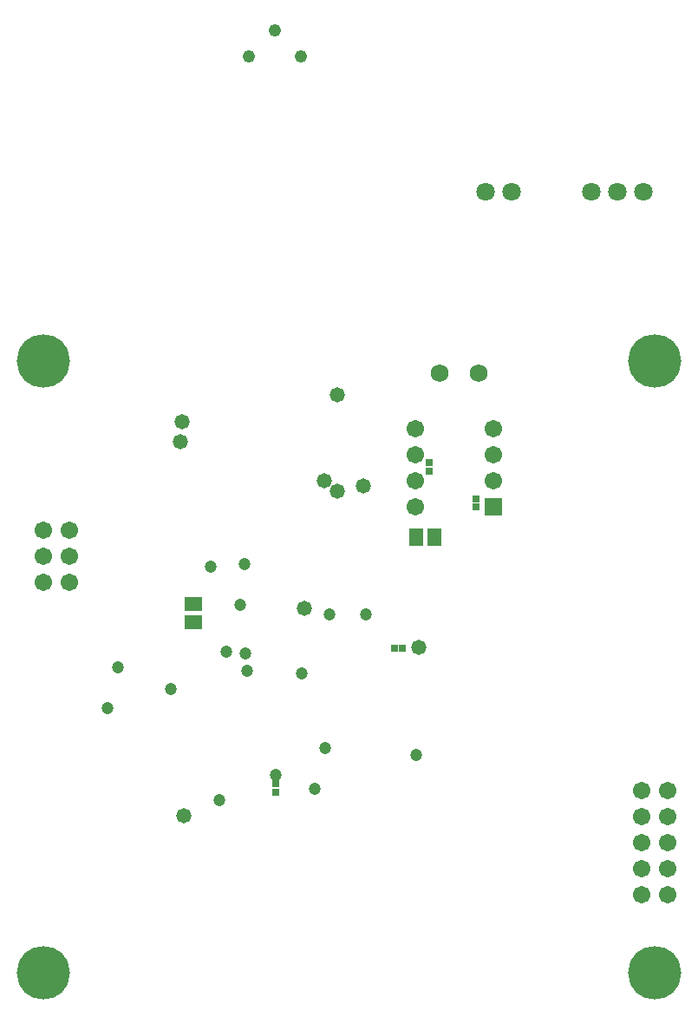
<source format=gbr>
G04 Layer_Color=16711935*
%FSLAX26Y26*%
%MOIN*%
%TF.FileFunction,Soldermask,Bot*%
%TF.Part,Single*%
G01*
G75*
%TA.AperFunction,SMDPad,CuDef*%
%ADD55R,0.028472X0.028472*%
%ADD56R,0.028472X0.028472*%
%ADD63R,0.065087X0.053276*%
%TA.AperFunction,ComponentPad*%
%ADD69C,0.067055*%
%ADD70C,0.070992*%
%TA.AperFunction,ViaPad*%
%ADD71C,0.204850*%
%TA.AperFunction,ComponentPad*%
%ADD72C,0.068000*%
%ADD73R,0.067055X0.067055*%
%ADD74C,0.048000*%
%TA.AperFunction,ViaPad*%
%ADD75C,0.058000*%
%ADD76C,0.047370*%
%TA.AperFunction,SMDPad,CuDef*%
%ADD84R,0.053276X0.065087*%
D55*
X1350276Y1248457D02*
D03*
X1381772D02*
D03*
D56*
X1484024Y1927709D02*
D03*
Y1959205D02*
D03*
X894181Y725874D02*
D03*
Y694378D02*
D03*
X1663024Y1822205D02*
D03*
Y1790709D02*
D03*
D63*
X578024Y1416890D02*
D03*
Y1346024D02*
D03*
D69*
X100000Y1500000D02*
D03*
Y1600000D02*
D03*
Y1700000D02*
D03*
X0Y1500000D02*
D03*
Y1600000D02*
D03*
Y1700000D02*
D03*
X2300000Y700000D02*
D03*
Y600000D02*
D03*
Y500000D02*
D03*
Y400000D02*
D03*
Y300000D02*
D03*
X2400000Y700000D02*
D03*
Y600000D02*
D03*
Y500000D02*
D03*
Y400000D02*
D03*
Y300000D02*
D03*
X1429024Y2089457D02*
D03*
Y1989457D02*
D03*
Y1889457D02*
D03*
Y1789457D02*
D03*
X1729024Y2089457D02*
D03*
Y1989457D02*
D03*
Y1889457D02*
D03*
D70*
X2106299Y3000000D02*
D03*
X2206299D02*
D03*
X2306299D02*
D03*
X1800000D02*
D03*
X1700000D02*
D03*
D71*
X0Y0D02*
D03*
X2350000D02*
D03*
X0Y2350000D02*
D03*
X2350000D02*
D03*
D72*
X1673228Y2303150D02*
D03*
X1523622D02*
D03*
D73*
X1729024Y1789457D02*
D03*
D74*
X790000Y3520000D02*
D03*
X990000D02*
D03*
X890000Y3620000D02*
D03*
D75*
X1080000Y1890000D02*
D03*
X1130000Y1850000D02*
D03*
Y2220000D02*
D03*
X1230000Y1870000D02*
D03*
X538843Y603693D02*
D03*
X1444024Y1249457D02*
D03*
X533000Y2118000D02*
D03*
X526000Y2041000D02*
D03*
X1003000Y1399000D02*
D03*
D76*
X675677Y665106D02*
D03*
X1085126Y863669D02*
D03*
X1042803Y708158D02*
D03*
X1433551Y836110D02*
D03*
X893197Y761307D02*
D03*
X246024Y1017457D02*
D03*
X702024Y1234457D02*
D03*
X783024Y1159457D02*
D03*
X288024Y1174457D02*
D03*
X758024Y1412457D02*
D03*
X644024Y1559457D02*
D03*
X489024Y1089457D02*
D03*
X774024Y1569457D02*
D03*
X994024Y1149457D02*
D03*
X1099354Y1377000D02*
D03*
X1239756Y1377756D02*
D03*
X776000Y1227000D02*
D03*
D84*
X1504457Y1674457D02*
D03*
X1433591D02*
D03*
%TF.MD5,853fb916675786898078635e4f9a56b8*%
M02*

</source>
